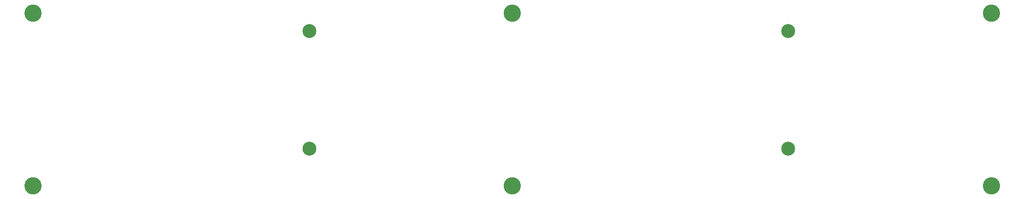
<source format=gbr>
%TF.GenerationSoftware,Altium Limited,Altium Designer,23.7.1 (13)*%
G04 Layer_Color=0*
%FSLAX45Y45*%
%MOMM*%
%TF.SameCoordinates,F0F8C17F-0DA8-4E41-987A-5915CA82B15D*%
%TF.FilePolarity,Positive*%
%TF.FileFunction,NonPlated,1,4,NPTH,Drill*%
%TF.Part,Single*%
G01*
G75*
%TA.AperFunction,ComponentDrill*%
%ADD66C,2.50000*%
%TA.AperFunction,OtherDrill,Pad Free-MH1 (-86mm,34.5mm)*%
%ADD67C,3.10000*%
%TA.AperFunction,OtherDrill,Pad Free-MH1 (-86mm,3.5mm)*%
%ADD68C,3.10000*%
%TA.AperFunction,OtherDrill,Pad Free-MH1 (0mm,3.5mm)*%
%ADD69C,3.10000*%
%TA.AperFunction,OtherDrill,Pad Free-MH1 (0mm,34.5mm)*%
%ADD70C,3.10000*%
%TA.AperFunction,OtherDrill,Pad Free-MH1 (86mm,3.5mm)*%
%ADD71C,3.10000*%
%TA.AperFunction,OtherDrill,Pad Free-MH1 (86mm,34.5mm)*%
%ADD72C,3.10000*%
D66*
X-3642000Y1015998D02*
D03*
Y3135998D02*
D03*
X4958000D02*
D03*
Y1015998D02*
D03*
D67*
X-8600000Y3449998D02*
D03*
D68*
Y349999D02*
D03*
D69*
X-0D02*
D03*
D70*
X0Y3449998D02*
D03*
D71*
X8600000Y349999D02*
D03*
D72*
Y3449998D02*
D03*
%TF.MD5,0beeb60b78ba7a9ad2a53602f3fa798a*%
M02*

</source>
